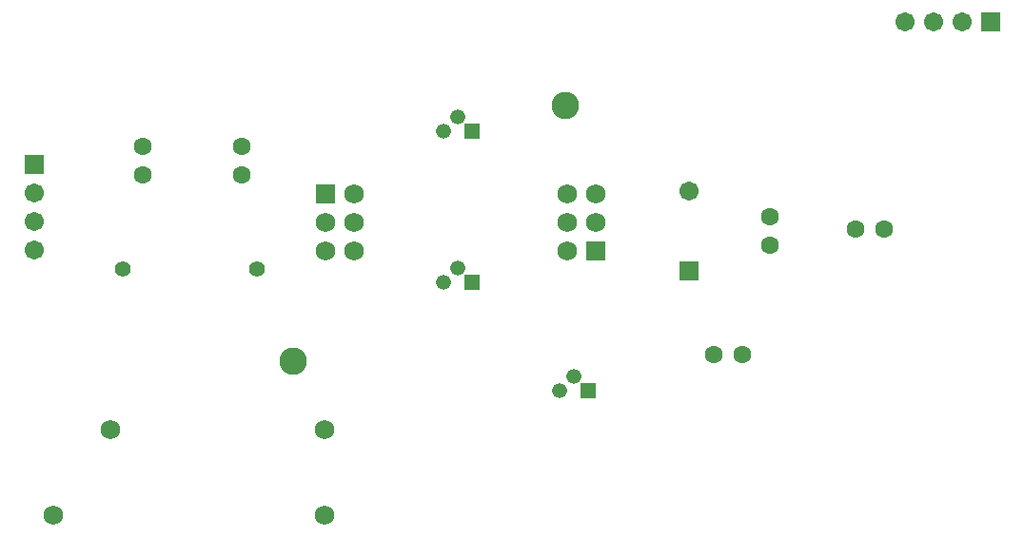
<source format=gbs>
G04*
G04 #@! TF.GenerationSoftware,Altium Limited,Altium Designer,22.1.2 (22)*
G04*
G04 Layer_Color=16711935*
%FSLAX25Y25*%
%MOIN*%
G70*
G04*
G04 #@! TF.SameCoordinates,7B28BA5E-EB16-4CEF-8106-4BD257A4405A*
G04*
G04*
G04 #@! TF.FilePolarity,Negative*
G04*
G01*
G75*
%ADD16R,0.06706X0.06706*%
%ADD17C,0.06706*%
%ADD18R,0.06706X0.06706*%
%ADD19C,0.06800*%
%ADD20C,0.09646*%
%ADD21C,0.05249*%
%ADD22R,0.05249X0.05249*%
%ADD23R,0.06800X0.06800*%
%ADD24C,0.06312*%
%ADD25C,0.05524*%
D16*
X-345031Y-49686D02*
D03*
X-115472Y-86850D02*
D03*
D17*
X-345031Y-59686D02*
D03*
Y-69686D02*
D03*
Y-79686D02*
D03*
X-20001Y353D02*
D03*
X-30002D02*
D03*
X-40001D02*
D03*
X-115472Y-58898D02*
D03*
D18*
X-10001Y353D02*
D03*
D19*
X-158110Y-70000D02*
D03*
Y-60000D02*
D03*
X-242953Y-79921D02*
D03*
Y-69921D02*
D03*
X-232953Y-59921D02*
D03*
X-148110Y-60000D02*
D03*
X-158110Y-80000D02*
D03*
X-148110Y-70000D02*
D03*
X-232953Y-79921D02*
D03*
X-243189Y-172677D02*
D03*
X-318189Y-142677D02*
D03*
X-243189D02*
D03*
X-338189Y-172677D02*
D03*
X-232953Y-69921D02*
D03*
D20*
X-159095Y-28780D02*
D03*
X-254134Y-118465D02*
D03*
D21*
X-201457Y-37953D02*
D03*
X-196457Y-32953D02*
D03*
X-196457Y-85827D02*
D03*
X-201457Y-90827D02*
D03*
X-160787Y-128937D02*
D03*
X-155787Y-123937D02*
D03*
D22*
X-191457Y-37953D02*
D03*
X-191457Y-90827D02*
D03*
X-150787Y-128937D02*
D03*
D23*
X-148110Y-80000D02*
D03*
X-242953Y-59921D02*
D03*
D24*
X-307005Y-43314D02*
D03*
Y-53314D02*
D03*
X-47323Y-72205D02*
D03*
X-57323D02*
D03*
X-87205Y-77992D02*
D03*
Y-67992D02*
D03*
X-272362Y-53314D02*
D03*
Y-43314D02*
D03*
X-96929Y-116102D02*
D03*
X-106929D02*
D03*
D25*
X-266850Y-86181D02*
D03*
X-314094D02*
D03*
M02*

</source>
